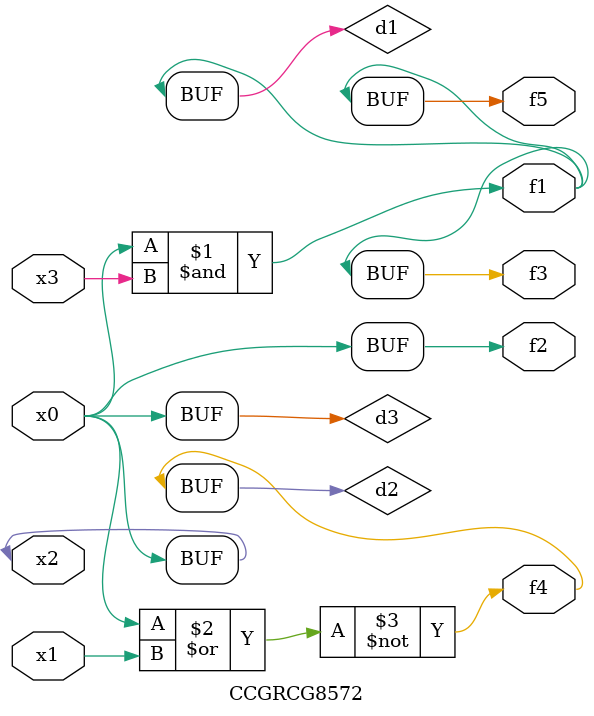
<source format=v>
module CCGRCG8572(
	input x0, x1, x2, x3,
	output f1, f2, f3, f4, f5
);

	wire d1, d2, d3;

	and (d1, x2, x3);
	nor (d2, x0, x1);
	buf (d3, x0, x2);
	assign f1 = d1;
	assign f2 = d3;
	assign f3 = d1;
	assign f4 = d2;
	assign f5 = d1;
endmodule

</source>
